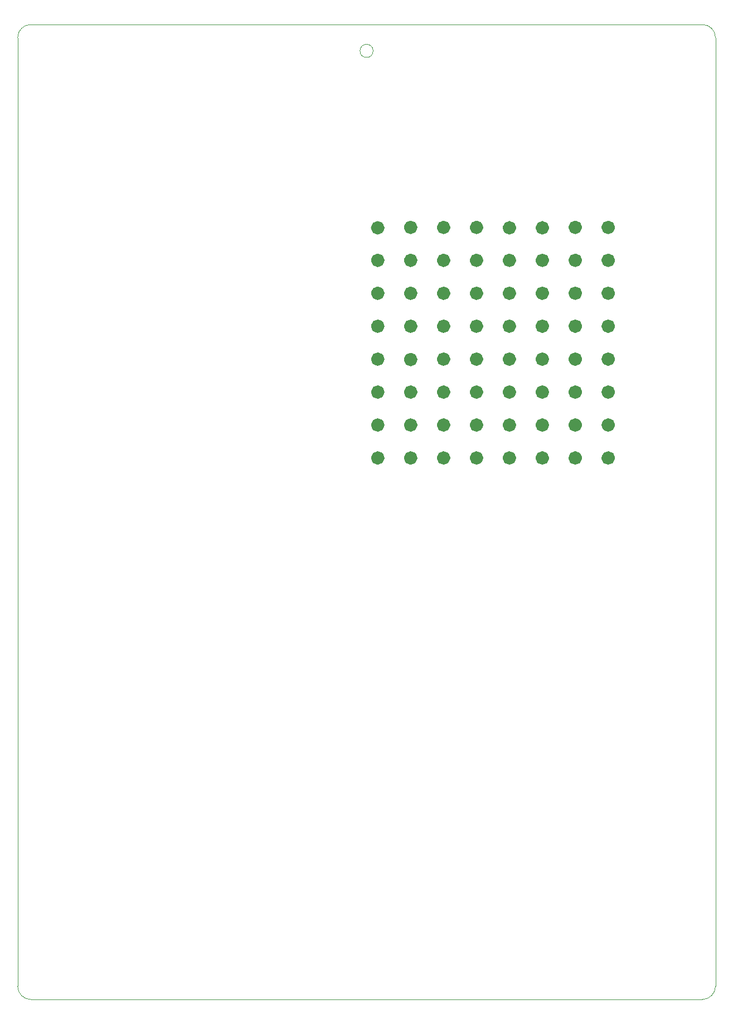
<source format=gm1>
%TF.GenerationSoftware,KiCad,Pcbnew,9.0.4*%
%TF.CreationDate,2025-09-01T02:23:16+01:00*%
%TF.ProjectId,Chirstmas-Card,43686972-7374-46d6-9173-2d436172642e,rev?*%
%TF.SameCoordinates,Original*%
%TF.FileFunction,Profile,NP*%
%FSLAX46Y46*%
G04 Gerber Fmt 4.6, Leading zero omitted, Abs format (unit mm)*
G04 Created by KiCad (PCBNEW 9.0.4) date 2025-09-01 02:23:16*
%MOMM*%
%LPD*%
G01*
G04 APERTURE LIST*
%TA.AperFunction,Profile*%
%ADD10C,0.050000*%
%TD*%
%TA.AperFunction,Profile*%
%ADD11C,1.050000*%
%TD*%
G04 APERTURE END LIST*
D10*
X42000000Y-178000000D02*
G75*
G02*
X40000000Y-176000000I0J2000000D01*
G01*
X94000000Y-34000000D02*
G75*
G02*
X92000000Y-34000000I-1000000J0D01*
G01*
X92000000Y-34000000D02*
G75*
G02*
X94000000Y-34000000I1000000J0D01*
G01*
X42000000Y-30000000D02*
X144000000Y-30000000D01*
X40000000Y-176000000D02*
X40000000Y-32000000D01*
X144000000Y-178000000D02*
X42000000Y-178000000D01*
X146000000Y-176000000D02*
G75*
G02*
X144000000Y-178000000I-2000000J0D01*
G01*
X144000000Y-30000000D02*
G75*
G02*
X146000000Y-32000000I0J-2000000D01*
G01*
X146000000Y-32000000D02*
X146000000Y-176000000D01*
X40000000Y-32000000D02*
G75*
G02*
X42000000Y-30000000I2000000J0D01*
G01*
%TO.C,D45*%
D11*
X115225000Y-85800000D02*
G75*
G02*
X114175000Y-85800000I-525000J0D01*
G01*
X114175000Y-85800000D02*
G75*
G02*
X115225000Y-85800000I525000J0D01*
G01*
%TO.C,D42*%
X100225000Y-85800000D02*
G75*
G02*
X99175000Y-85800000I-525000J0D01*
G01*
X99175000Y-85800000D02*
G75*
G02*
X100225000Y-85800000I525000J0D01*
G01*
%TO.C,D61*%
X115225000Y-95800000D02*
G75*
G02*
X114175000Y-95800000I-525000J0D01*
G01*
X114175000Y-95800000D02*
G75*
G02*
X115225000Y-95800000I525000J0D01*
G01*
%TO.C,D46*%
X120225000Y-85800000D02*
G75*
G02*
X119175000Y-85800000I-525000J0D01*
G01*
X119175000Y-85800000D02*
G75*
G02*
X120225000Y-85800000I525000J0D01*
G01*
%TO.C,D54*%
X120225000Y-90800000D02*
G75*
G02*
X119175000Y-90800000I-525000J0D01*
G01*
X119175000Y-90800000D02*
G75*
G02*
X120225000Y-90800000I525000J0D01*
G01*
%TO.C,D5*%
X115225000Y-60862499D02*
G75*
G02*
X114175000Y-60862499I-525000J0D01*
G01*
X114175000Y-60862499D02*
G75*
G02*
X115225000Y-60862499I525000J0D01*
G01*
%TO.C,D51*%
X105225000Y-90800000D02*
G75*
G02*
X104175000Y-90800000I-525000J0D01*
G01*
X104175000Y-90800000D02*
G75*
G02*
X105225000Y-90800000I525000J0D01*
G01*
%TO.C,D17*%
X95225000Y-70800000D02*
G75*
G02*
X94175000Y-70800000I-525000J0D01*
G01*
X94175000Y-70800000D02*
G75*
G02*
X95225000Y-70800000I525000J0D01*
G01*
%TO.C,D7*%
X125225000Y-60800000D02*
G75*
G02*
X124175000Y-60800000I-525000J0D01*
G01*
X124175000Y-60800000D02*
G75*
G02*
X125225000Y-60800000I525000J0D01*
G01*
%TO.C,D52*%
X110225000Y-90800000D02*
G75*
G02*
X109175000Y-90800000I-525000J0D01*
G01*
X109175000Y-90800000D02*
G75*
G02*
X110225000Y-90800000I525000J0D01*
G01*
%TO.C,D63*%
X125225000Y-95800000D02*
G75*
G02*
X124175000Y-95800000I-525000J0D01*
G01*
X124175000Y-95800000D02*
G75*
G02*
X125225000Y-95800000I525000J0D01*
G01*
%TO.C,D48*%
X130225000Y-85800000D02*
G75*
G02*
X129175000Y-85800000I-525000J0D01*
G01*
X129175000Y-85800000D02*
G75*
G02*
X130225000Y-85800000I525000J0D01*
G01*
%TO.C,D50*%
X100225000Y-90800000D02*
G75*
G02*
X99175000Y-90800000I-525000J0D01*
G01*
X99175000Y-90800000D02*
G75*
G02*
X100225000Y-90800000I525000J0D01*
G01*
%TO.C,D31*%
X125225000Y-75800000D02*
G75*
G02*
X124175000Y-75800000I-525000J0D01*
G01*
X124175000Y-75800000D02*
G75*
G02*
X125225000Y-75800000I525000J0D01*
G01*
%TO.C,D40*%
X130225000Y-80800000D02*
G75*
G02*
X129175000Y-80800000I-525000J0D01*
G01*
X129175000Y-80800000D02*
G75*
G02*
X130225000Y-80800000I525000J0D01*
G01*
%TO.C,D4*%
X110225000Y-60800000D02*
G75*
G02*
X109175000Y-60800000I-525000J0D01*
G01*
X109175000Y-60800000D02*
G75*
G02*
X110225000Y-60800000I525000J0D01*
G01*
%TO.C,D49*%
X95225000Y-90800000D02*
G75*
G02*
X94175000Y-90800000I-525000J0D01*
G01*
X94175000Y-90800000D02*
G75*
G02*
X95225000Y-90800000I525000J0D01*
G01*
%TO.C,D34*%
X100225000Y-80862499D02*
G75*
G02*
X99175000Y-80862499I-525000J0D01*
G01*
X99175000Y-80862499D02*
G75*
G02*
X100225000Y-80862499I525000J0D01*
G01*
%TO.C,D43*%
X105225000Y-85800000D02*
G75*
G02*
X104175000Y-85800000I-525000J0D01*
G01*
X104175000Y-85800000D02*
G75*
G02*
X105225000Y-85800000I525000J0D01*
G01*
%TO.C,D3*%
X105225000Y-60800000D02*
G75*
G02*
X104175000Y-60800000I-525000J0D01*
G01*
X104175000Y-60800000D02*
G75*
G02*
X105225000Y-60800000I525000J0D01*
G01*
%TO.C,D13*%
X115225000Y-65800000D02*
G75*
G02*
X114175000Y-65800000I-525000J0D01*
G01*
X114175000Y-65800000D02*
G75*
G02*
X115225000Y-65800000I525000J0D01*
G01*
%TO.C,D12*%
X110225000Y-65800000D02*
G75*
G02*
X109175000Y-65800000I-525000J0D01*
G01*
X109175000Y-65800000D02*
G75*
G02*
X110225000Y-65800000I525000J0D01*
G01*
%TO.C,D44*%
X110225000Y-85800000D02*
G75*
G02*
X109175000Y-85800000I-525000J0D01*
G01*
X109175000Y-85800000D02*
G75*
G02*
X110225000Y-85800000I525000J0D01*
G01*
%TO.C,D25*%
X95225000Y-75800000D02*
G75*
G02*
X94175000Y-75800000I-525000J0D01*
G01*
X94175000Y-75800000D02*
G75*
G02*
X95225000Y-75800000I525000J0D01*
G01*
%TO.C,D22*%
X120225000Y-70800000D02*
G75*
G02*
X119175000Y-70800000I-525000J0D01*
G01*
X119175000Y-70800000D02*
G75*
G02*
X120225000Y-70800000I525000J0D01*
G01*
%TO.C,D41*%
X95225000Y-85800000D02*
G75*
G02*
X94175000Y-85800000I-525000J0D01*
G01*
X94175000Y-85800000D02*
G75*
G02*
X95225000Y-85800000I525000J0D01*
G01*
%TO.C,D33*%
X95225000Y-80800000D02*
G75*
G02*
X94175000Y-80800000I-525000J0D01*
G01*
X94175000Y-80800000D02*
G75*
G02*
X95225000Y-80800000I525000J0D01*
G01*
%TO.C,D37*%
X115225000Y-80800000D02*
G75*
G02*
X114175000Y-80800000I-525000J0D01*
G01*
X114175000Y-80800000D02*
G75*
G02*
X115225000Y-80800000I525000J0D01*
G01*
%TO.C,D9*%
X95225000Y-65800000D02*
G75*
G02*
X94175000Y-65800000I-525000J0D01*
G01*
X94175000Y-65800000D02*
G75*
G02*
X95225000Y-65800000I525000J0D01*
G01*
%TO.C,D27*%
X105225000Y-75800000D02*
G75*
G02*
X104175000Y-75800000I-525000J0D01*
G01*
X104175000Y-75800000D02*
G75*
G02*
X105225000Y-75800000I525000J0D01*
G01*
%TO.C,D58*%
X100225000Y-95800000D02*
G75*
G02*
X99175000Y-95800000I-525000J0D01*
G01*
X99175000Y-95800000D02*
G75*
G02*
X100225000Y-95800000I525000J0D01*
G01*
%TO.C,D62*%
X120225000Y-95800000D02*
G75*
G02*
X119175000Y-95800000I-525000J0D01*
G01*
X119175000Y-95800000D02*
G75*
G02*
X120225000Y-95800000I525000J0D01*
G01*
%TO.C,D6*%
X120225000Y-60862499D02*
G75*
G02*
X119175000Y-60862499I-525000J0D01*
G01*
X119175000Y-60862499D02*
G75*
G02*
X120225000Y-60862499I525000J0D01*
G01*
%TO.C,D38*%
X120225000Y-80800000D02*
G75*
G02*
X119175000Y-80800000I-525000J0D01*
G01*
X119175000Y-80800000D02*
G75*
G02*
X120225000Y-80800000I525000J0D01*
G01*
%TO.C,D64*%
X130225000Y-95800000D02*
G75*
G02*
X129175000Y-95800000I-525000J0D01*
G01*
X129175000Y-95800000D02*
G75*
G02*
X130225000Y-95800000I525000J0D01*
G01*
%TO.C,D16*%
X130225000Y-65800000D02*
G75*
G02*
X129175000Y-65800000I-525000J0D01*
G01*
X129175000Y-65800000D02*
G75*
G02*
X130225000Y-65800000I525000J0D01*
G01*
%TO.C,D19*%
X105225000Y-70800000D02*
G75*
G02*
X104175000Y-70800000I-525000J0D01*
G01*
X104175000Y-70800000D02*
G75*
G02*
X105225000Y-70800000I525000J0D01*
G01*
%TO.C,D59*%
X105225000Y-95800000D02*
G75*
G02*
X104175000Y-95800000I-525000J0D01*
G01*
X104175000Y-95800000D02*
G75*
G02*
X105225000Y-95800000I525000J0D01*
G01*
%TO.C,D26*%
X100225000Y-75800000D02*
G75*
G02*
X99175000Y-75800000I-525000J0D01*
G01*
X99175000Y-75800000D02*
G75*
G02*
X100225000Y-75800000I525000J0D01*
G01*
%TO.C,D30*%
X120225000Y-75800000D02*
G75*
G02*
X119175000Y-75800000I-525000J0D01*
G01*
X119175000Y-75800000D02*
G75*
G02*
X120225000Y-75800000I525000J0D01*
G01*
%TO.C,D1*%
X95225000Y-60862499D02*
G75*
G02*
X94175000Y-60862499I-525000J0D01*
G01*
X94175000Y-60862499D02*
G75*
G02*
X95225000Y-60862499I525000J0D01*
G01*
%TO.C,D39*%
X125225000Y-80800000D02*
G75*
G02*
X124175000Y-80800000I-525000J0D01*
G01*
X124175000Y-80800000D02*
G75*
G02*
X125225000Y-80800000I525000J0D01*
G01*
%TO.C,D56*%
X130225000Y-90800000D02*
G75*
G02*
X129175000Y-90800000I-525000J0D01*
G01*
X129175000Y-90800000D02*
G75*
G02*
X130225000Y-90800000I525000J0D01*
G01*
%TO.C,D60*%
X110225000Y-95800000D02*
G75*
G02*
X109175000Y-95800000I-525000J0D01*
G01*
X109175000Y-95800000D02*
G75*
G02*
X110225000Y-95800000I525000J0D01*
G01*
%TO.C,D57*%
X95225000Y-95800000D02*
G75*
G02*
X94175000Y-95800000I-525000J0D01*
G01*
X94175000Y-95800000D02*
G75*
G02*
X95225000Y-95800000I525000J0D01*
G01*
%TO.C,D8*%
X130225000Y-60800000D02*
G75*
G02*
X129175000Y-60800000I-525000J0D01*
G01*
X129175000Y-60800000D02*
G75*
G02*
X130225000Y-60800000I525000J0D01*
G01*
%TO.C,D29*%
X115225000Y-75800000D02*
G75*
G02*
X114175000Y-75800000I-525000J0D01*
G01*
X114175000Y-75800000D02*
G75*
G02*
X115225000Y-75800000I525000J0D01*
G01*
%TO.C,D20*%
X110225000Y-70800000D02*
G75*
G02*
X109175000Y-70800000I-525000J0D01*
G01*
X109175000Y-70800000D02*
G75*
G02*
X110225000Y-70800000I525000J0D01*
G01*
%TO.C,D18*%
X100225000Y-70800000D02*
G75*
G02*
X99175000Y-70800000I-525000J0D01*
G01*
X99175000Y-70800000D02*
G75*
G02*
X100225000Y-70800000I525000J0D01*
G01*
%TO.C,D14*%
X120225000Y-65800000D02*
G75*
G02*
X119175000Y-65800000I-525000J0D01*
G01*
X119175000Y-65800000D02*
G75*
G02*
X120225000Y-65800000I525000J0D01*
G01*
%TO.C,D36*%
X110225000Y-80800000D02*
G75*
G02*
X109175000Y-80800000I-525000J0D01*
G01*
X109175000Y-80800000D02*
G75*
G02*
X110225000Y-80800000I525000J0D01*
G01*
%TO.C,D2*%
X100225000Y-60800000D02*
G75*
G02*
X99175000Y-60800000I-525000J0D01*
G01*
X99175000Y-60800000D02*
G75*
G02*
X100225000Y-60800000I525000J0D01*
G01*
%TO.C,D11*%
X105225000Y-65800000D02*
G75*
G02*
X104175000Y-65800000I-525000J0D01*
G01*
X104175000Y-65800000D02*
G75*
G02*
X105225000Y-65800000I525000J0D01*
G01*
%TO.C,D35*%
X105225000Y-80800000D02*
G75*
G02*
X104175000Y-80800000I-525000J0D01*
G01*
X104175000Y-80800000D02*
G75*
G02*
X105225000Y-80800000I525000J0D01*
G01*
%TO.C,D21*%
X115225000Y-70800000D02*
G75*
G02*
X114175000Y-70800000I-525000J0D01*
G01*
X114175000Y-70800000D02*
G75*
G02*
X115225000Y-70800000I525000J0D01*
G01*
%TO.C,D32*%
X130225000Y-75800000D02*
G75*
G02*
X129175000Y-75800000I-525000J0D01*
G01*
X129175000Y-75800000D02*
G75*
G02*
X130225000Y-75800000I525000J0D01*
G01*
%TO.C,D47*%
X125225000Y-85800000D02*
G75*
G02*
X124175000Y-85800000I-525000J0D01*
G01*
X124175000Y-85800000D02*
G75*
G02*
X125225000Y-85800000I525000J0D01*
G01*
%TO.C,D55*%
X125225000Y-90800000D02*
G75*
G02*
X124175000Y-90800000I-525000J0D01*
G01*
X124175000Y-90800000D02*
G75*
G02*
X125225000Y-90800000I525000J0D01*
G01*
%TO.C,D28*%
X110225000Y-75800000D02*
G75*
G02*
X109175000Y-75800000I-525000J0D01*
G01*
X109175000Y-75800000D02*
G75*
G02*
X110225000Y-75800000I525000J0D01*
G01*
%TO.C,D10*%
X100225000Y-65800000D02*
G75*
G02*
X99175000Y-65800000I-525000J0D01*
G01*
X99175000Y-65800000D02*
G75*
G02*
X100225000Y-65800000I525000J0D01*
G01*
%TO.C,D53*%
X115225000Y-90800000D02*
G75*
G02*
X114175000Y-90800000I-525000J0D01*
G01*
X114175000Y-90800000D02*
G75*
G02*
X115225000Y-90800000I525000J0D01*
G01*
%TO.C,D24*%
X130225000Y-70800000D02*
G75*
G02*
X129175000Y-70800000I-525000J0D01*
G01*
X129175000Y-70800000D02*
G75*
G02*
X130225000Y-70800000I525000J0D01*
G01*
%TO.C,D23*%
X125225000Y-70800000D02*
G75*
G02*
X124175000Y-70800000I-525000J0D01*
G01*
X124175000Y-70800000D02*
G75*
G02*
X125225000Y-70800000I525000J0D01*
G01*
%TO.C,D15*%
X125225000Y-65800000D02*
G75*
G02*
X124175000Y-65800000I-525000J0D01*
G01*
X124175000Y-65800000D02*
G75*
G02*
X125225000Y-65800000I525000J0D01*
G01*
%TD*%
M02*

</source>
